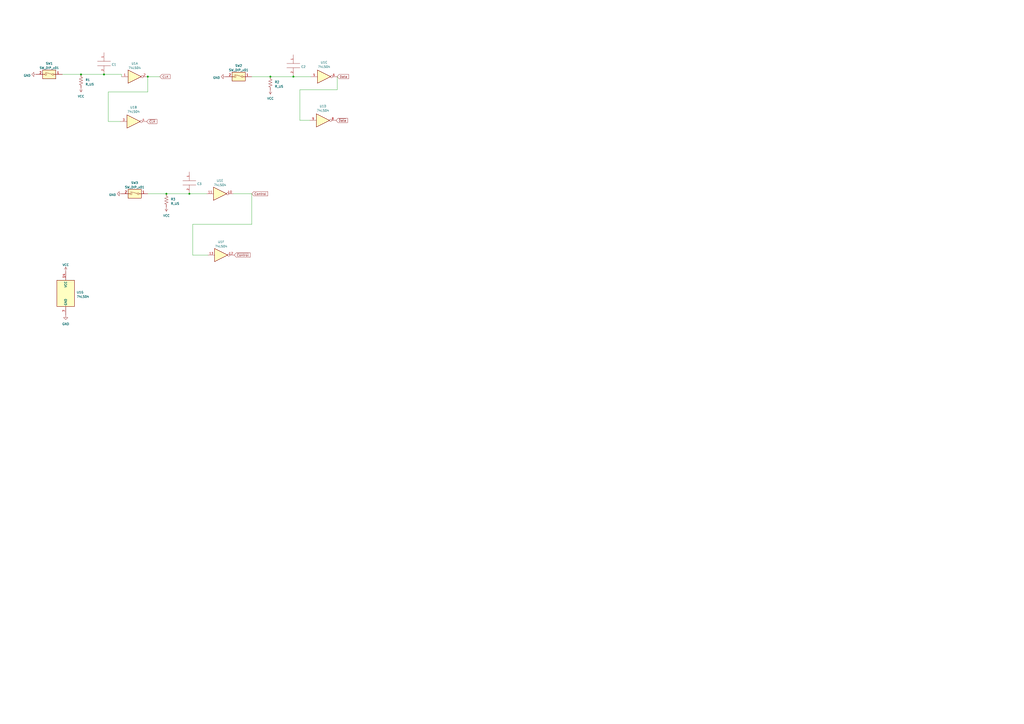
<source format=kicad_sch>
(kicad_sch (version 20230121) (generator eeschema)
  (paper "A2")
  (lib_symbols
    (symbol "74xx:74LS04"
      (property "Reference" "U" (at 0 1.27 0))
      (property "Value" "74LS04" (at 0 -1.27 0))
      (symbol "74LS04_1_0"
        (polyline (pts (xy -3.81 3.81) (xy -3.81 -3.81) (xy 3.81 0) (xy -3.81 3.81)) (stroke (width 0.254)) (fill (type background)))
        (pin input line (at -7.62 0 0) (length 3.81) (name "~") (number "1"))
        (pin output inverted (at 7.62 0 180) (length 3.81) (name "~") (number "2"))
      )
      (symbol "74LS04_2_0"
        (polyline (pts (xy -3.81 3.81) (xy -3.81 -3.81) (xy 3.81 0) (xy -3.81 3.81)) (stroke (width 0.254)) (fill (type background)))
        (pin input line (at -7.62 0 0) (length 3.81) (name "~") (number "3"))
        (pin output inverted (at 7.62 0 180) (length 3.81) (name "~") (number "4"))
      )
      (symbol "74LS04_3_0"
        (polyline (pts (xy -3.81 3.81) (xy -3.81 -3.81) (xy 3.81 0) (xy -3.81 3.81)) (stroke (width 0.254)) (fill (type background)))
        (pin input line (at -7.62 0 0) (length 3.81) (name "~") (number "5"))
        (pin output inverted (at 7.62 0 180) (length 3.81) (name "~") (number "6"))
      )
      (symbol "74LS04_4_0"
        (polyline (pts (xy -3.81 3.81) (xy -3.81 -3.81) (xy 3.81 0) (xy -3.81 3.81)) (stroke (width 0.254)) (fill (type background)))
        (pin output inverted (at 7.62 0 180) (length 3.81) (name "~") (number "8"))
        (pin input line (at -7.62 0 0) (length 3.81) (name "~") (number "9"))
      )
      (symbol "74LS04_5_0"
        (polyline (pts (xy -3.81 3.81) (xy -3.81 -3.81) (xy 3.81 0) (xy -3.81 3.81)) (stroke (width 0.254)) (fill (type background)))
        (pin output inverted (at 7.62 0 180) (length 3.81) (name "~") (number "10"))
        (pin input line (at -7.62 0 0) (length 3.81) (name "~") (number "11"))
      )
      (symbol "74LS04_6_0"
        (polyline (pts (xy -3.81 3.81) (xy -3.81 -3.81) (xy 3.81 0) (xy -3.81 3.81)) (stroke (width 0.254)) (fill (type background)))
        (pin output inverted (at 7.62 0 180) (length 3.81) (name "~") (number "12"))
        (pin input line (at -7.62 0 0) (length 3.81) (name "~") (number "13"))
      )
      (symbol "74LS04_7_0"
        (pin power_in line (at 0 12.7 270) (length 5.08) (name "VCC") (number "14"))
        (pin power_in line (at 0 -12.7 90) (length 5.08) (name "GND") (number "7"))
      )
      (symbol "74LS04_7_1"
        (rectangle (start -5.08 7.62) (end 5.08 -7.62) (stroke (width 0.254)) (fill (type background)))
      )
    )
    (symbol "Device:R_US" (pin_numbers hide) (pin_names (offset 0))
      (property "Reference" "R" (at 2.54 0 90))
      (property "Value" "R_US" (at -2.54 0 90))
      (symbol "R_US_0_1"
        (polyline (pts (xy 0 -2.286) (xy 0 -2.54)))
        (polyline (pts (xy 0 2.286) (xy 0 2.54)))
        (polyline (pts (xy 0 -0.762) (xy 1.016 -1.143) (xy 0 -1.524) (xy -1.016 -1.905) (xy 0 -2.286)))
        (polyline (pts (xy 0 0.762) (xy 1.016 0.381) (xy 0 0) (xy -1.016 -0.381) (xy 0 -0.762)))
        (polyline (pts (xy 0 2.286) (xy 1.016 1.905) (xy 0 1.524) (xy -1.016 1.143) (xy 0 0.762)))
      )
      (symbol "R_US_1_1"
        (pin passive line (at 0 3.81 270) (length 1.27) (name "~") (number "1"))
        (pin passive line (at 0 -3.81 90) (length 1.27) (name "~") (number "2"))
      )
    )
    (symbol "ForgottenMachines:CAP_Disc_Common_-_Entrex_Trapezoid" (pin_names (offset 0.254))
      (property "Reference" "C49" (at -1.27 0 0))
      (symbol "CAP_Disc_Common_-_Entrex_Trapezoid_0_1"
        (polyline (pts (xy -3.81 -1.27) (xy 3.81 -1.27)))
        (polyline (pts (xy -3.81 1.27) (xy 3.81 1.27)))
      )
      (symbol "CAP_Disc_Common_-_Entrex_Trapezoid_1_1"
        (pin passive line (at 0 6.35 270) (length 5.08) (name "~") (number "1"))
        (pin passive line (at 0 -6.35 90) (length 5.08) (name "~") (number "2"))
      )
    )
    (symbol "Switch:SW_DIP_x01" (pin_names (offset 0) hide)
      (property "Reference" "SW" (at 0 3.81 0))
      (property "Value" "SW_DIP_x01" (at 0 -3.81 0))
      (symbol "SW_DIP_x01_0_0"
        (circle (center -2.032 0) (radius 0.508))
        (polyline (pts (xy -1.524 0.127) (xy 2.3622 1.1684)))
        (circle (center 2.032 0) (radius 0.508))
      )
      (symbol "SW_DIP_x01_0_1"
        (rectangle (start -3.81 2.54) (end 3.81 -2.54) (stroke (width 0.254)) (fill (type background)))
      )
      (symbol "SW_DIP_x01_1_1"
        (pin passive line (at -7.62 0 0) (length 5.08) (name "~") (number "1"))
        (pin passive line (at 7.62 0 180) (length 5.08) (name "~") (number "2"))
      )
    )
    (symbol "power:GND" (power) (pin_names (offset 0))
      (property "Value" "GND" (at 0 -3.81 0))
      (symbol "GND_0_1"
        (polyline (pts (xy 0 0) (xy 0 -1.27) (xy 1.27 -1.27) (xy 0 -2.54) (xy -1.27 -1.27) (xy 0 -1.27)))
      )
      (symbol "GND_1_1"
        (pin power_in line (at 0 0 270) (length 0) hide (name "GND") (number "1"))
      )
    )
    (symbol "power:VCC" (power) (pin_names (offset 0))
      (property "Value" "VCC" (at 0 3.81 0))
      (symbol "VCC_0_1"
        (polyline (pts (xy -0.762 1.27) (xy 0 2.54)))
        (polyline (pts (xy 0 0) (xy 0 2.54)))
        (polyline (pts (xy 0 2.54) (xy 0.762 1.27)))
      )
      (symbol "VCC_1_1"
        (pin power_in line (at 0 0 90) (length 0) hide (name "VCC") (number "1"))
      )
    )
  )
  (junction (at 60.325 43.18))
  (junction (at 109.855 112.395))
  (junction (at 85.725 44.45))
  (junction (at 46.99 43.18))
  (junction (at 170.18 44.45))
  (junction (at 156.845 44.45))
  (junction (at 96.52 112.395))
  (wire (pts (xy 36.195 43.18) (xy 46.99 43.18)))
  (wire (pts (xy 111.76 130.175) (xy 111.76 147.955)))
  (wire (pts (xy 173.99 69.85) (xy 179.705 69.85)))
  (wire (pts (xy 146.05 44.45) (xy 156.845 44.45)))
  (wire (pts (xy 85.725 44.45) (xy 85.725 53.34)))
  (wire (pts (xy 173.99 52.07) (xy 173.99 69.85)))
  (wire (pts (xy 85.725 53.34) (xy 62.865 53.34)))
  (wire (pts (xy 60.325 43.18) (xy 70.485 43.18)))
  (wire (pts (xy 195.58 44.45) (xy 195.58 52.07)))
  (wire (pts (xy 170.18 44.45) (xy 180.34 44.45)))
  (wire (pts (xy 85.725 112.395) (xy 96.52 112.395)))
  (wire (pts (xy 70.485 43.18) (xy 70.485 44.45)))
  (wire (pts (xy 146.05 112.395) (xy 146.05 130.175)))
  (wire (pts (xy 62.865 53.34) (xy 62.865 70.485)))
  (wire (pts (xy 156.845 44.45) (xy 170.18 44.45)))
  (wire (pts (xy 109.855 112.395) (xy 120.015 112.395)))
  (wire (pts (xy 111.76 147.955) (xy 120.65 147.955)))
  (wire (pts (xy 96.52 112.395) (xy 109.855 112.395)))
  (wire (pts (xy 195.58 52.07) (xy 173.99 52.07)))
  (wire (pts (xy 146.05 130.175) (xy 111.76 130.175)))
  (wire (pts (xy 135.255 112.395) (xy 146.05 112.395)))
  (wire (pts (xy 85.725 44.45) (xy 92.71 44.45)))
  (wire (pts (xy 46.99 43.18) (xy 60.325 43.18)))
  (wire (pts (xy 62.865 70.485) (xy 69.85 70.485)))
  (global_label "~{Data}" (shape input) (at 194.945 69.85 0) (property "Intersheetrefs" "${INTERSHEET_REFS}" (effects hide)))
  (global_label "~{Control}" (shape input) (at 135.89 147.955 0) (property "Intersheetrefs" "${INTERSHEET_REFS}" (effects hide)))
  (global_label "Control" (shape input) (at 146.05 112.395 0) (property "Intersheetrefs" "${INTERSHEET_REFS}" (effects hide)))
  (global_label "CLK" (shape input) (at 92.71 44.45 0) (property "Intersheetrefs" "${INTERSHEET_REFS}" (effects hide)))
  (global_label "~{CLK}" (shape input) (at 85.09 70.485 0) (property "Intersheetrefs" "${INTERSHEET_REFS}" (effects hide)))
  (global_label "Data" (shape input) (at 195.58 44.45 0) (property "Intersheetrefs" "${INTERSHEET_REFS}" (effects hide)))
  (symbol (lib_id "74xx:74LS04") (at 187.325 69.85 0) (unit 4)
    (property "Reference" "U1" (at 187.325 61.595 0))
    (property "Value" "74LS04" (at 187.325 64.135 0))
    (property "Datasheet" "http://www.ti.com/lit/gpn/sn74LS04" (effects hide))
  )
  (symbol (lib_id "Switch:SW_DIP_x01") (at 138.43 44.45 0) (mirror y) (unit 1)
    (property "Reference" "SW2" (at 138.43 38.1 0))
    (property "Value" "SW_DIP_x01" (at 138.43 40.64 0))
  )
  (symbol (lib_id "Device:R_US") (at 46.99 46.99 0) (unit 1)
    (property "Reference" "R1" (at 49.53 46.355 0) (effects (justify left)))
    (property "Value" "R_US" (at 49.53 48.895 0) (effects (justify left)))
  )
  (symbol (lib_id "power:VCC") (at 38.1 157.48 0) (unit 1)
    (property "Reference" "#PWR08" (effects hide))
    (property "Value" "VCC" (at 38.1 153.67 0))
  )
  (symbol (lib_id "ForgottenMachines:CAP_Disc_Common_-_Entrex_Trapezoid") (at 109.855 106.045 0) (unit 1)
    (property "Reference" "C3" (at 114.3 106.68 0) (effects (justify left)))
    (property "Value" "CAP_Disc_Common_-_Entrex_Trapezoid" (effects hide))
    (property "Footprint" "Forgotten Machines:Disc Capacitor Common Entrex Trapezoid" (effects hide))
  )
  (symbol (lib_id "power:VCC") (at 46.99 50.8 180) (unit 1)
    (property "Reference" "#PWR01" (effects hide))
    (property "Value" "VCC" (at 46.99 55.88 0))
  )
  (symbol (lib_id "Device:R_US") (at 96.52 116.205 0) (unit 1)
    (property "Reference" "R3" (at 99.06 115.57 0) (effects (justify left)))
    (property "Value" "R_US" (at 99.06 118.11 0) (effects (justify left)))
  )
  (symbol (lib_id "power:GND") (at 20.955 43.18 270) (unit 1)
    (property "Reference" "#PWR02" (effects hide))
    (property "Value" "GND" (at 17.78 43.815 90) (effects (justify right)))
  )
  (symbol (lib_id "power:VCC") (at 156.845 52.07 180) (unit 1)
    (property "Reference" "#PWR04" (effects hide))
    (property "Value" "VCC" (at 156.845 57.15 0))
  )
  (symbol (lib_id "power:VCC") (at 96.52 120.015 180) (unit 1)
    (property "Reference" "#PWR06" (effects hide))
    (property "Value" "VCC" (at 96.52 125.095 0))
  )
  (symbol (lib_id "74xx:74LS04") (at 187.96 44.45 0) (unit 3)
    (property "Reference" "U1" (at 187.96 36.195 0))
    (property "Value" "74LS04" (at 187.96 38.735 0))
    (property "Datasheet" "http://www.ti.com/lit/gpn/sn74LS04" (effects hide))
  )
  (symbol (lib_id "74xx:74LS04") (at 77.47 70.485 0) (unit 2)
    (property "Reference" "U1" (at 77.47 62.23 0))
    (property "Value" "74LS04" (at 77.47 64.77 0))
    (property "Datasheet" "http://www.ti.com/lit/gpn/sn74LS04" (effects hide))
  )
  (symbol (lib_id "74xx:74LS04") (at 78.105 44.45 0) (unit 1)
    (property "Reference" "U1" (at 78.105 36.83 0))
    (property "Value" "74LS04" (at 78.105 39.37 0))
    (property "Datasheet" "http://www.ti.com/lit/gpn/sn74LS04" (effects hide))
  )
  (symbol (lib_id "Switch:SW_DIP_x01") (at 78.105 112.395 0) (mirror y) (unit 1)
    (property "Reference" "SW3" (at 78.105 106.045 0))
    (property "Value" "SW_DIP_x01" (at 78.105 108.585 0))
  )
  (symbol (lib_id "power:GND") (at 38.1 182.88 0) (unit 1)
    (property "Reference" "#PWR07" (effects hide))
    (property "Value" "GND" (at 38.1 187.96 0))
  )
  (symbol (lib_id "power:GND") (at 130.81 44.45 270) (unit 1)
    (property "Reference" "#PWR03" (effects hide))
    (property "Value" "GND" (at 127.635 45.085 90) (effects (justify right)))
  )
  (symbol (lib_id "ForgottenMachines:CAP_Disc_Common_-_Entrex_Trapezoid") (at 170.18 38.1 0) (unit 1)
    (property "Reference" "C2" (at 174.625 38.735 0) (effects (justify left)))
    (property "Value" "CAP_Disc_Common_-_Entrex_Trapezoid" (effects hide))
    (property "Footprint" "Forgotten Machines:Disc Capacitor Common Entrex Trapezoid" (effects hide))
  )
  (symbol (lib_id "ForgottenMachines:CAP_Disc_Common_-_Entrex_Trapezoid") (at 60.325 36.83 0) (unit 1)
    (property "Reference" "C1" (at 64.77 37.465 0) (effects (justify left)))
    (property "Value" "CAP_Disc_Common_-_Entrex_Trapezoid" (effects hide))
    (property "Footprint" "Forgotten Machines:Disc Capacitor Common Entrex Trapezoid" (effects hide))
  )
  (symbol (lib_id "74xx:74LS04") (at 38.1 170.18 0) (unit 7)
    (property "Reference" "U1" (at 44.45 169.545 0) (effects (justify left)))
    (property "Value" "74LS04" (at 44.45 172.085 0) (effects (justify left)))
    (property "Datasheet" "http://www.ti.com/lit/gpn/sn74LS04" (effects hide))
  )
  (symbol (lib_id "Switch:SW_DIP_x01") (at 28.575 43.18 0) (mirror y) (unit 1)
    (property "Reference" "SW1" (at 28.575 36.83 0))
    (property "Value" "SW_DIP_x01" (at 28.575 39.37 0))
  )
  (symbol (lib_id "Device:R_US") (at 156.845 48.26 0) (unit 1)
    (property "Reference" "R2" (at 159.385 47.625 0) (effects (justify left)))
    (property "Value" "R_US" (at 159.385 50.165 0) (effects (justify left)))
  )
  (symbol (lib_id "74xx:74LS04") (at 127.635 112.395 0) (unit 5)
    (property "Reference" "U1" (at 127.635 104.775 0))
    (property "Value" "74LS04" (at 127.635 107.315 0))
    (property "Datasheet" "http://www.ti.com/lit/gpn/sn74LS04" (effects hide))
  )
  (symbol (lib_id "74xx:74LS04") (at 128.27 147.955 0) (unit 6)
    (property "Reference" "U1" (at 128.27 140.335 0))
    (property "Value" "74LS04" (at 128.27 142.875 0))
    (property "Datasheet" "http://www.ti.com/lit/gpn/sn74LS04" (effects hide))
  )
  (symbol (lib_id "power:GND") (at 70.485 112.395 270) (unit 1)
    (property "Reference" "#PWR05" (effects hide))
    (property "Value" "GND" (at 67.31 113.03 90) (effects (justify right)))
  )
)
</source>
